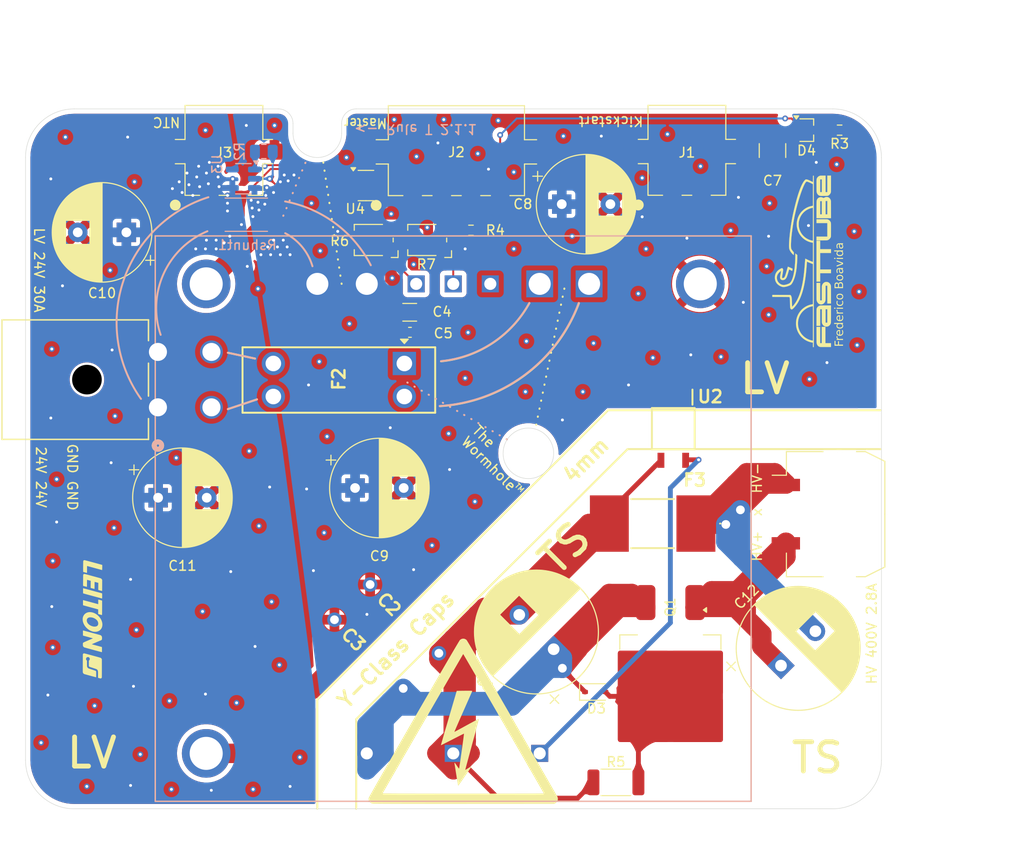
<source format=kicad_pcb>
(kicad_pcb
	(version 20240108)
	(generator "pcbnew")
	(generator_version "8.0")
	(general
		(thickness 1.6)
		(legacy_teardrops no)
	)
	(paper "A4")
	(layers
		(0 "F.Cu" mixed)
		(1 "In1.Cu" power "GND")
		(2 "In2.Cu" power "+24V")
		(31 "B.Cu" mixed)
		(32 "B.Adhes" user "B.Adhesive")
		(33 "F.Adhes" user "F.Adhesive")
		(34 "B.Paste" user)
		(35 "F.Paste" user)
		(36 "B.SilkS" user "B.Silkscreen")
		(37 "F.SilkS" user "F.Silkscreen")
		(38 "B.Mask" user)
		(39 "F.Mask" user)
		(40 "Dwgs.User" user "User.Drawings")
		(41 "Cmts.User" user "User.Comments")
		(42 "Eco1.User" user "User.Eco1")
		(43 "Eco2.User" user "User.Eco2")
		(44 "Edge.Cuts" user)
		(45 "Margin" user)
		(46 "B.CrtYd" user "B.Courtyard")
		(47 "F.CrtYd" user "F.Courtyard")
		(48 "B.Fab" user)
		(49 "F.Fab" user)
		(50 "User.1" user)
		(51 "User.2" user)
		(52 "User.3" user)
		(53 "User.4" user)
		(54 "User.5" user)
		(55 "User.6" user)
		(56 "User.7" user)
		(57 "User.8" user)
		(58 "User.9" user)
	)
	(setup
		(stackup
			(layer "F.SilkS"
				(type "Top Silk Screen")
			)
			(layer "F.Paste"
				(type "Top Solder Paste")
			)
			(layer "F.Mask"
				(type "Top Solder Mask")
				(thickness 0.01)
			)
			(layer "F.Cu"
				(type "copper")
				(thickness 0.035)
			)
			(layer "dielectric 1"
				(type "prepreg")
				(thickness 0.1)
				(material "FR4")
				(epsilon_r 4.5)
				(loss_tangent 0.02)
			)
			(layer "In1.Cu"
				(type "copper")
				(thickness 0.035)
			)
			(layer "dielectric 2"
				(type "core")
				(thickness 1.24)
				(material "FR4")
				(epsilon_r 4.5)
				(loss_tangent 0.02)
			)
			(layer "In2.Cu"
				(type "copper")
				(thickness 0.035)
			)
			(layer "dielectric 3"
				(type "prepreg")
				(thickness 0.1)
				(material "FR4")
				(epsilon_r 4.5)
				(loss_tangent 0.02)
			)
			(layer "B.Cu"
				(type "copper")
				(thickness 0.035)
			)
			(layer "B.Mask"
				(type "Bottom Solder Mask")
				(thickness 0.01)
			)
			(layer "B.Paste"
				(type "Bottom Solder Paste")
			)
			(layer "B.SilkS"
				(type "Bottom Silk Screen")
			)
			(copper_finish "None")
			(dielectric_constraints no)
		)
		(pad_to_mask_clearance 0)
		(allow_soldermask_bridges_in_footprints no)
		(pcbplotparams
			(layerselection 0x00010fc_ffffffff)
			(plot_on_all_layers_selection 0x0000000_00000000)
			(disableapertmacros no)
			(usegerberextensions no)
			(usegerberattributes yes)
			(usegerberadvancedattributes yes)
			(creategerberjobfile yes)
			(dashed_line_dash_ratio 12.000000)
			(dashed_line_gap_ratio 3.000000)
			(svgprecision 4)
			(plotframeref no)
			(viasonmask no)
			(mode 1)
			(useauxorigin no)
			(hpglpennumber 1)
			(hpglpenspeed 20)
			(hpglpendiameter 15.000000)
			(pdf_front_fp_property_popups yes)
			(pdf_back_fp_property_popups yes)
			(dxfpolygonmode yes)
			(dxfimperialunits yes)
			(dxfusepcbnewfont yes)
			(psnegative no)
			(psa4output no)
			(plotreference yes)
			(plotvalue yes)
			(plotfptext yes)
			(plotinvisibletext no)
			(sketchpadsonfab no)
			(subtractmaskfromsilk no)
			(outputformat 1)
			(mirror no)
			(drillshape 1)
			(scaleselection 1)
			(outputdirectory "")
		)
	)
	(net 0 "")
	(net 1 "/-VIN")
	(net 2 "GND")
	(net 3 "Net-(D4-Pad3)")
	(net 4 "/+VIN")
	(net 5 "Net-(R3-Pad2)")
	(net 6 "+3V3")
	(net 7 "/LV+")
	(net 8 "/3V_buttoncell")
	(net 9 "/TEMP_TSDCDC")
	(net 10 "/HV-in")
	(net 11 "/HV+in")
	(net 12 "/G")
	(net 13 "/~{EN}")
	(net 14 "/+Vout")
	(net 15 "/LV-")
	(net 16 "/LV_I_measure")
	(net 17 "/I_meas_weak")
	(net 18 "/+S")
	(net 19 "/TRM")
	(footprint "Capacitor_SMD:C_1210_3225Metric" (layer "F.Cu") (at 176.8 64.284177 -90))
	(footprint "Resistor_SMD:R_0603_1608Metric" (layer "F.Cu") (at 183.7 62.184177))
	(footprint "footprints:VY1471M29Y5UC63V0" (layer "F.Cu") (at 131.762875 112.550234 -45))
	(footprint "FaSTTUBe_connectors:Micro_Mate-N-Lok_2p_horizontal" (layer "F.Cu") (at 168 64.384177 180))
	(footprint "Potentiometer_SMD:Potentiometer_Bourns_TC33X_Vertical" (layer "F.Cu") (at 141.2 73.484177 180))
	(footprint "Capacitor_THT:CP_Radial_D12.5mm_P5.00mm" (layer "F.Cu") (at 154.3 115.584177 135))
	(footprint "Capacitor_THT:CP_Radial_D10.0mm_P5.00mm" (layer "F.Cu") (at 110.367678 72.7 180))
	(footprint "footprints:0ACG5000TE" (layer "F.Cu") (at 164.475 102.659177 180))
	(footprint "FaSTTUBe_logos:FTLogo_small" (layer "F.Cu") (at 179.8 75.684177 90))
	(footprint "Capacitor_SMD:C_1206_3216Metric" (layer "F.Cu") (at 139.5 80.921677))
	(footprint "footprints:VY1471M29Y5UC63V0" (layer "F.Cu") (at 142.5 116 135))
	(footprint "Capacitor_SMD:C_0603_1608Metric" (layer "F.Cu") (at 139.525 82.984177))
	(footprint "Diode_SMD:D_SOD-323" (layer "F.Cu") (at 158.575 119.984177))
	(footprint "Resistor_SMD:R_0603_1608Metric" (layer "F.Cu") (at 145.8 72.484177 180))
	(footprint "FaSTTUBe_connectors:Micro_Mate-N-Lok_2p_horizontal" (layer "F.Cu") (at 120.4 64.3925 180))
	(footprint "Package_TO_SOT_SMD:SOT-323_SC-70"
		(layer "F.Cu")
		(uuid "73ce4344-af5a-43c2-9519-1efc3785646c")
		(at 180.3 62.184177)
		(descr "SOT-323, SC-70")
		(tags "SOT-323 SC-70")
		(property "Reference" "D4"
			(at 0 2.1 0)
			(layer "F.SilkS")
			(uuid "32ff512b-f2eb-4af7-be4d-8bd1b5164ae7")
			(effects
				(font
					(size 1 1)
					(thickness 0.15)
				)
			)
		)
		(property "Value" "BAT54CW"
			(at -0.05 2.05 0)
			(layer "F.Fab")
			(hide yes)
			(uuid "9c89e4a2-6e76-4029-978f-bacb848fee86")
			(effects
				(font
					(size 1 1)
					(thickness 0.15)
				)
			)
		)
		(property "Footprint" "Package_TO_SOT_SMD:SOT-323_SC-70"
			(at 0 0 0)
			(unlocked yes)
			(layer "F.Fab")
			(hide yes)
			(uuid "f55342a7-a7c8-46ec-a702-a91e00e71b86")
			(effects
				(font
					(size 1.27 1.27)
					(thickness 0.15)
				)
			)
		)
		(property "Datasheet" "https://assets.nexperia.com/documents/data-sheet/BAT54W_SER.pdf"
			(at 0 0 0)
			(unlocked yes)
			(layer "F.Fab")
			(hide yes)
			(uuid "afa13fc6-1d20-4cbb-aba9-41778f9ff209")
			(effects
				(font
					(size 1.27 1.27)
					(thickness 0.15)
				)
			)
		)
		(property "Description" "Dual schottky barrier diode, common cathode, SOT-323"
			(at 0 0 0)
			(unlocked yes)
			(layer "F.Fab")
			(hide yes)
			(uuid "2898b410-8a02-4d2c-90af-cb7e81b23593")
			(effects
				(font
					(size 1.27 1.27)
					(thickness 0.15)
				)
			)
		)
		(property ki_fp_filters "SOT?323*")
		(path "/b8e7922f-8ba2-48e8-a335-b2f47928cac2")
		(sheetname "Root")
		(sheetfile "TDK_DCDC_pcb.kicad_sch")
		(attr smd)
		(fp_line
			(start -0.68 -1.159999)
			(end 0.73 -1.16)
			(stroke
				(width 0.12)
				(type solid)
			)
			(layer "F.SilkS")
			(uuid "a47b9a99-a412-43c1-909b-aaa093985b8b")
		)
		(fp_line
			(start -0.68 1.159999)
			(end 0.73 1.16)
			(stroke
				(width 0.12)
				(type solid)
			)
			(layer "F.SilkS")
			(uuid "99f82ad3-7d1b-4b1a-877b-629742bf5100")
		)
		(fp_line
			(start 0.73 -1.16)
			(end 0.73 -0.499999)
			(stroke
				(width 0.12)
				(type solid)
			)
			(layer "F.SilkS")
			(uuid "00e0a2b0-6345-4cbe-8d41-31fbb227d73d")
		)
		(fp_line
			(start 0.73 0.499999)
			(end 0.73 1.16)
			(stroke
				(width 0.12)
				(type solid)
			)
			(layer "F.SilkS")
			(uuid "4ae9752e-457f-4bc8-8735-f8f8a88624e7")
		)
		(fp_poly
			(pts
				(xy -1.05 -1.14) (xy -1.29 -1.47) (xy -0.81 -1.469999) (xy -1.05 -1.14)
			)
			(stroke
				(width 0.12)
				(type solid)
			)
			(fill solid)
			(layer "F.SilkS")
			(uuid "7eb141ac-8445-46c4-a8e4-0209125f685a")
		)
		(fp_line
			(start -1.7 -1.3)
			(end 1.7 -1.3)
			(stroke
				(width 0.05)
				(type solid)
			)
			(layer "F.CrtYd")
			(uuid "ac817090-0d15-40b4-a8ec-f09be59e3642")
		)
		(fp_line
			(start -1.7 1.3)
			(end -1.7 -1.3)
			(stroke
				(width 0.05)
				(type solid)
			)
			(layer "F.CrtYd")
			(uuid "b1142b85-4a4c-4a12-b264-f743a6b85011")
		)
		(fp_line
			(start 1.7 -1.3)
			(end 1.7 1.3)
			(stroke
				(width 0.05)
				(type solid)
			)
			(layer "F.CrtYd")
			(uuid "c9bfc342-40c6-4e6b-8825-9934590dec70")
		)
		(fp_line
			(start 1.7 1.3)
			(end -1.7 1.3)
			(stroke
				(width 0.05)
				(type solid)
			)
			(layer "F.CrtYd")
			(uuid "337c4a9f-14d1-42bd-86c2-65ce736e5d40")
		)
		(fp_line
			(start -0.680001 -0.6)
			(end -0.68 1.1)
			(stroke
				(width 0.1)
				(type solid)
			)
			(layer "F.Fab")
			(uuid "7666ba71-3a2f-45c1-a7b9-e948a1bc3946")
		)
		(fp_line
			(start -0.18 -1.1)
			(end -0.680001 -0.6)
			(stroke
				(width 0.1)
				(type solid)
			)
			(layer "F.Fab")
			(uuid "9129ff45-39a9-4aae-9eff-f8f0e1835e12")
		)
		(fp_line
			(start 0.67 -1.1)
			(end -0.18 -1.1)
			(stroke
				(width 0.1)
				(type solid)
			)
			(layer "F.Fab")
			(uuid "5ca97cbc-fe2e-4d46-a9bb-d49bdb1c93c2")
		)
		(fp_line
			(start 0.67 -1.1)
			(end 0.67 1.1)
			(stroke
				(width 0.1)
				(type solid)
			)
			(layer "F.Fab")
			(uuid "aaa35228-28c1-46ad-b023-c2b01da6d782")
		)
		(fp_line
			(start 0.67 1.1)
			(end -0.68 1.1)
			(stroke
				(width 0.1)
				(type solid)
			)
			(layer "F.Fab")
			(uuid "b26fb696-4911-4b35-b2d8-0a63a3fe31f1")
		)
		(pad "1" smd roundrect
			(at -1 -0.65 270)
			(size 0.45 0.7)
			(layers "F.Cu" "F.Paste" "F.Mask")
			(roundrect_rratio 0.25)
			(net 6 "+3V3")
			(pintype "passive")
			(teardrops
				(best_length_ratio 0.5)
				(max_length 1)
				(best_width_ratio 1)
				(max_width 2)
				(curve_points 5)
				(filter_ratio 0.9)
				(enabled yes)
				(allow_two_segments yes)
				(prefer_zone_connections yes)
			)
			(uuid "63904d9e-a83f-45eb-9900-bdbf45ab94b8")
		)
		(pad "2
... [1058597 chars truncated]
</source>
